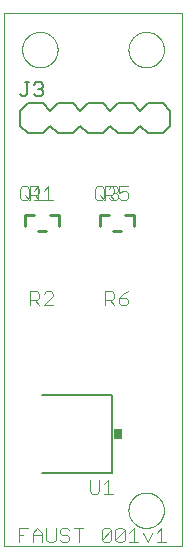
<source format=gto>
G75*
%MOIN*%
%OFA0B0*%
%FSLAX25Y25*%
%IPPOS*%
%LPD*%
%AMOC8*
5,1,8,0,0,1.08239X$1,22.5*
%
%ADD10C,0.00000*%
%ADD11C,0.00400*%
%ADD12C,0.00800*%
%ADD13C,0.00500*%
%ADD14C,0.01000*%
%ADD15R,0.03000X0.03400*%
D10*
X0001800Y0010051D02*
X0001800Y0187591D01*
X0060855Y0187591D01*
X0060855Y0010051D01*
X0001800Y0010051D01*
X0043138Y0021862D02*
X0043140Y0022015D01*
X0043146Y0022169D01*
X0043156Y0022322D01*
X0043170Y0022474D01*
X0043188Y0022627D01*
X0043210Y0022778D01*
X0043235Y0022929D01*
X0043265Y0023080D01*
X0043299Y0023230D01*
X0043336Y0023378D01*
X0043377Y0023526D01*
X0043422Y0023672D01*
X0043471Y0023818D01*
X0043524Y0023962D01*
X0043580Y0024104D01*
X0043640Y0024245D01*
X0043704Y0024385D01*
X0043771Y0024523D01*
X0043842Y0024659D01*
X0043917Y0024793D01*
X0043994Y0024925D01*
X0044076Y0025055D01*
X0044160Y0025183D01*
X0044248Y0025309D01*
X0044339Y0025432D01*
X0044433Y0025553D01*
X0044531Y0025671D01*
X0044631Y0025787D01*
X0044735Y0025900D01*
X0044841Y0026011D01*
X0044950Y0026119D01*
X0045062Y0026224D01*
X0045176Y0026325D01*
X0045294Y0026424D01*
X0045413Y0026520D01*
X0045535Y0026613D01*
X0045660Y0026702D01*
X0045787Y0026789D01*
X0045916Y0026871D01*
X0046047Y0026951D01*
X0046180Y0027027D01*
X0046315Y0027100D01*
X0046452Y0027169D01*
X0046591Y0027234D01*
X0046731Y0027296D01*
X0046873Y0027354D01*
X0047016Y0027409D01*
X0047161Y0027460D01*
X0047307Y0027507D01*
X0047454Y0027550D01*
X0047602Y0027589D01*
X0047751Y0027625D01*
X0047901Y0027656D01*
X0048052Y0027684D01*
X0048203Y0027708D01*
X0048356Y0027728D01*
X0048508Y0027744D01*
X0048661Y0027756D01*
X0048814Y0027764D01*
X0048967Y0027768D01*
X0049121Y0027768D01*
X0049274Y0027764D01*
X0049427Y0027756D01*
X0049580Y0027744D01*
X0049732Y0027728D01*
X0049885Y0027708D01*
X0050036Y0027684D01*
X0050187Y0027656D01*
X0050337Y0027625D01*
X0050486Y0027589D01*
X0050634Y0027550D01*
X0050781Y0027507D01*
X0050927Y0027460D01*
X0051072Y0027409D01*
X0051215Y0027354D01*
X0051357Y0027296D01*
X0051497Y0027234D01*
X0051636Y0027169D01*
X0051773Y0027100D01*
X0051908Y0027027D01*
X0052041Y0026951D01*
X0052172Y0026871D01*
X0052301Y0026789D01*
X0052428Y0026702D01*
X0052553Y0026613D01*
X0052675Y0026520D01*
X0052794Y0026424D01*
X0052912Y0026325D01*
X0053026Y0026224D01*
X0053138Y0026119D01*
X0053247Y0026011D01*
X0053353Y0025900D01*
X0053457Y0025787D01*
X0053557Y0025671D01*
X0053655Y0025553D01*
X0053749Y0025432D01*
X0053840Y0025309D01*
X0053928Y0025183D01*
X0054012Y0025055D01*
X0054094Y0024925D01*
X0054171Y0024793D01*
X0054246Y0024659D01*
X0054317Y0024523D01*
X0054384Y0024385D01*
X0054448Y0024245D01*
X0054508Y0024104D01*
X0054564Y0023962D01*
X0054617Y0023818D01*
X0054666Y0023672D01*
X0054711Y0023526D01*
X0054752Y0023378D01*
X0054789Y0023230D01*
X0054823Y0023080D01*
X0054853Y0022929D01*
X0054878Y0022778D01*
X0054900Y0022627D01*
X0054918Y0022474D01*
X0054932Y0022322D01*
X0054942Y0022169D01*
X0054948Y0022015D01*
X0054950Y0021862D01*
X0054948Y0021709D01*
X0054942Y0021555D01*
X0054932Y0021402D01*
X0054918Y0021250D01*
X0054900Y0021097D01*
X0054878Y0020946D01*
X0054853Y0020795D01*
X0054823Y0020644D01*
X0054789Y0020494D01*
X0054752Y0020346D01*
X0054711Y0020198D01*
X0054666Y0020052D01*
X0054617Y0019906D01*
X0054564Y0019762D01*
X0054508Y0019620D01*
X0054448Y0019479D01*
X0054384Y0019339D01*
X0054317Y0019201D01*
X0054246Y0019065D01*
X0054171Y0018931D01*
X0054094Y0018799D01*
X0054012Y0018669D01*
X0053928Y0018541D01*
X0053840Y0018415D01*
X0053749Y0018292D01*
X0053655Y0018171D01*
X0053557Y0018053D01*
X0053457Y0017937D01*
X0053353Y0017824D01*
X0053247Y0017713D01*
X0053138Y0017605D01*
X0053026Y0017500D01*
X0052912Y0017399D01*
X0052794Y0017300D01*
X0052675Y0017204D01*
X0052553Y0017111D01*
X0052428Y0017022D01*
X0052301Y0016935D01*
X0052172Y0016853D01*
X0052041Y0016773D01*
X0051908Y0016697D01*
X0051773Y0016624D01*
X0051636Y0016555D01*
X0051497Y0016490D01*
X0051357Y0016428D01*
X0051215Y0016370D01*
X0051072Y0016315D01*
X0050927Y0016264D01*
X0050781Y0016217D01*
X0050634Y0016174D01*
X0050486Y0016135D01*
X0050337Y0016099D01*
X0050187Y0016068D01*
X0050036Y0016040D01*
X0049885Y0016016D01*
X0049732Y0015996D01*
X0049580Y0015980D01*
X0049427Y0015968D01*
X0049274Y0015960D01*
X0049121Y0015956D01*
X0048967Y0015956D01*
X0048814Y0015960D01*
X0048661Y0015968D01*
X0048508Y0015980D01*
X0048356Y0015996D01*
X0048203Y0016016D01*
X0048052Y0016040D01*
X0047901Y0016068D01*
X0047751Y0016099D01*
X0047602Y0016135D01*
X0047454Y0016174D01*
X0047307Y0016217D01*
X0047161Y0016264D01*
X0047016Y0016315D01*
X0046873Y0016370D01*
X0046731Y0016428D01*
X0046591Y0016490D01*
X0046452Y0016555D01*
X0046315Y0016624D01*
X0046180Y0016697D01*
X0046047Y0016773D01*
X0045916Y0016853D01*
X0045787Y0016935D01*
X0045660Y0017022D01*
X0045535Y0017111D01*
X0045413Y0017204D01*
X0045294Y0017300D01*
X0045176Y0017399D01*
X0045062Y0017500D01*
X0044950Y0017605D01*
X0044841Y0017713D01*
X0044735Y0017824D01*
X0044631Y0017937D01*
X0044531Y0018053D01*
X0044433Y0018171D01*
X0044339Y0018292D01*
X0044248Y0018415D01*
X0044160Y0018541D01*
X0044076Y0018669D01*
X0043994Y0018799D01*
X0043917Y0018931D01*
X0043842Y0019065D01*
X0043771Y0019201D01*
X0043704Y0019339D01*
X0043640Y0019479D01*
X0043580Y0019620D01*
X0043524Y0019762D01*
X0043471Y0019906D01*
X0043422Y0020052D01*
X0043377Y0020198D01*
X0043336Y0020346D01*
X0043299Y0020494D01*
X0043265Y0020644D01*
X0043235Y0020795D01*
X0043210Y0020946D01*
X0043188Y0021097D01*
X0043170Y0021250D01*
X0043156Y0021402D01*
X0043146Y0021555D01*
X0043140Y0021709D01*
X0043138Y0021862D01*
X0043138Y0175406D02*
X0043140Y0175559D01*
X0043146Y0175713D01*
X0043156Y0175866D01*
X0043170Y0176018D01*
X0043188Y0176171D01*
X0043210Y0176322D01*
X0043235Y0176473D01*
X0043265Y0176624D01*
X0043299Y0176774D01*
X0043336Y0176922D01*
X0043377Y0177070D01*
X0043422Y0177216D01*
X0043471Y0177362D01*
X0043524Y0177506D01*
X0043580Y0177648D01*
X0043640Y0177789D01*
X0043704Y0177929D01*
X0043771Y0178067D01*
X0043842Y0178203D01*
X0043917Y0178337D01*
X0043994Y0178469D01*
X0044076Y0178599D01*
X0044160Y0178727D01*
X0044248Y0178853D01*
X0044339Y0178976D01*
X0044433Y0179097D01*
X0044531Y0179215D01*
X0044631Y0179331D01*
X0044735Y0179444D01*
X0044841Y0179555D01*
X0044950Y0179663D01*
X0045062Y0179768D01*
X0045176Y0179869D01*
X0045294Y0179968D01*
X0045413Y0180064D01*
X0045535Y0180157D01*
X0045660Y0180246D01*
X0045787Y0180333D01*
X0045916Y0180415D01*
X0046047Y0180495D01*
X0046180Y0180571D01*
X0046315Y0180644D01*
X0046452Y0180713D01*
X0046591Y0180778D01*
X0046731Y0180840D01*
X0046873Y0180898D01*
X0047016Y0180953D01*
X0047161Y0181004D01*
X0047307Y0181051D01*
X0047454Y0181094D01*
X0047602Y0181133D01*
X0047751Y0181169D01*
X0047901Y0181200D01*
X0048052Y0181228D01*
X0048203Y0181252D01*
X0048356Y0181272D01*
X0048508Y0181288D01*
X0048661Y0181300D01*
X0048814Y0181308D01*
X0048967Y0181312D01*
X0049121Y0181312D01*
X0049274Y0181308D01*
X0049427Y0181300D01*
X0049580Y0181288D01*
X0049732Y0181272D01*
X0049885Y0181252D01*
X0050036Y0181228D01*
X0050187Y0181200D01*
X0050337Y0181169D01*
X0050486Y0181133D01*
X0050634Y0181094D01*
X0050781Y0181051D01*
X0050927Y0181004D01*
X0051072Y0180953D01*
X0051215Y0180898D01*
X0051357Y0180840D01*
X0051497Y0180778D01*
X0051636Y0180713D01*
X0051773Y0180644D01*
X0051908Y0180571D01*
X0052041Y0180495D01*
X0052172Y0180415D01*
X0052301Y0180333D01*
X0052428Y0180246D01*
X0052553Y0180157D01*
X0052675Y0180064D01*
X0052794Y0179968D01*
X0052912Y0179869D01*
X0053026Y0179768D01*
X0053138Y0179663D01*
X0053247Y0179555D01*
X0053353Y0179444D01*
X0053457Y0179331D01*
X0053557Y0179215D01*
X0053655Y0179097D01*
X0053749Y0178976D01*
X0053840Y0178853D01*
X0053928Y0178727D01*
X0054012Y0178599D01*
X0054094Y0178469D01*
X0054171Y0178337D01*
X0054246Y0178203D01*
X0054317Y0178067D01*
X0054384Y0177929D01*
X0054448Y0177789D01*
X0054508Y0177648D01*
X0054564Y0177506D01*
X0054617Y0177362D01*
X0054666Y0177216D01*
X0054711Y0177070D01*
X0054752Y0176922D01*
X0054789Y0176774D01*
X0054823Y0176624D01*
X0054853Y0176473D01*
X0054878Y0176322D01*
X0054900Y0176171D01*
X0054918Y0176018D01*
X0054932Y0175866D01*
X0054942Y0175713D01*
X0054948Y0175559D01*
X0054950Y0175406D01*
X0054948Y0175253D01*
X0054942Y0175099D01*
X0054932Y0174946D01*
X0054918Y0174794D01*
X0054900Y0174641D01*
X0054878Y0174490D01*
X0054853Y0174339D01*
X0054823Y0174188D01*
X0054789Y0174038D01*
X0054752Y0173890D01*
X0054711Y0173742D01*
X0054666Y0173596D01*
X0054617Y0173450D01*
X0054564Y0173306D01*
X0054508Y0173164D01*
X0054448Y0173023D01*
X0054384Y0172883D01*
X0054317Y0172745D01*
X0054246Y0172609D01*
X0054171Y0172475D01*
X0054094Y0172343D01*
X0054012Y0172213D01*
X0053928Y0172085D01*
X0053840Y0171959D01*
X0053749Y0171836D01*
X0053655Y0171715D01*
X0053557Y0171597D01*
X0053457Y0171481D01*
X0053353Y0171368D01*
X0053247Y0171257D01*
X0053138Y0171149D01*
X0053026Y0171044D01*
X0052912Y0170943D01*
X0052794Y0170844D01*
X0052675Y0170748D01*
X0052553Y0170655D01*
X0052428Y0170566D01*
X0052301Y0170479D01*
X0052172Y0170397D01*
X0052041Y0170317D01*
X0051908Y0170241D01*
X0051773Y0170168D01*
X0051636Y0170099D01*
X0051497Y0170034D01*
X0051357Y0169972D01*
X0051215Y0169914D01*
X0051072Y0169859D01*
X0050927Y0169808D01*
X0050781Y0169761D01*
X0050634Y0169718D01*
X0050486Y0169679D01*
X0050337Y0169643D01*
X0050187Y0169612D01*
X0050036Y0169584D01*
X0049885Y0169560D01*
X0049732Y0169540D01*
X0049580Y0169524D01*
X0049427Y0169512D01*
X0049274Y0169504D01*
X0049121Y0169500D01*
X0048967Y0169500D01*
X0048814Y0169504D01*
X0048661Y0169512D01*
X0048508Y0169524D01*
X0048356Y0169540D01*
X0048203Y0169560D01*
X0048052Y0169584D01*
X0047901Y0169612D01*
X0047751Y0169643D01*
X0047602Y0169679D01*
X0047454Y0169718D01*
X0047307Y0169761D01*
X0047161Y0169808D01*
X0047016Y0169859D01*
X0046873Y0169914D01*
X0046731Y0169972D01*
X0046591Y0170034D01*
X0046452Y0170099D01*
X0046315Y0170168D01*
X0046180Y0170241D01*
X0046047Y0170317D01*
X0045916Y0170397D01*
X0045787Y0170479D01*
X0045660Y0170566D01*
X0045535Y0170655D01*
X0045413Y0170748D01*
X0045294Y0170844D01*
X0045176Y0170943D01*
X0045062Y0171044D01*
X0044950Y0171149D01*
X0044841Y0171257D01*
X0044735Y0171368D01*
X0044631Y0171481D01*
X0044531Y0171597D01*
X0044433Y0171715D01*
X0044339Y0171836D01*
X0044248Y0171959D01*
X0044160Y0172085D01*
X0044076Y0172213D01*
X0043994Y0172343D01*
X0043917Y0172475D01*
X0043842Y0172609D01*
X0043771Y0172745D01*
X0043704Y0172883D01*
X0043640Y0173023D01*
X0043580Y0173164D01*
X0043524Y0173306D01*
X0043471Y0173450D01*
X0043422Y0173596D01*
X0043377Y0173742D01*
X0043336Y0173890D01*
X0043299Y0174038D01*
X0043265Y0174188D01*
X0043235Y0174339D01*
X0043210Y0174490D01*
X0043188Y0174641D01*
X0043170Y0174794D01*
X0043156Y0174946D01*
X0043146Y0175099D01*
X0043140Y0175253D01*
X0043138Y0175406D01*
X0007705Y0175406D02*
X0007707Y0175559D01*
X0007713Y0175713D01*
X0007723Y0175866D01*
X0007737Y0176018D01*
X0007755Y0176171D01*
X0007777Y0176322D01*
X0007802Y0176473D01*
X0007832Y0176624D01*
X0007866Y0176774D01*
X0007903Y0176922D01*
X0007944Y0177070D01*
X0007989Y0177216D01*
X0008038Y0177362D01*
X0008091Y0177506D01*
X0008147Y0177648D01*
X0008207Y0177789D01*
X0008271Y0177929D01*
X0008338Y0178067D01*
X0008409Y0178203D01*
X0008484Y0178337D01*
X0008561Y0178469D01*
X0008643Y0178599D01*
X0008727Y0178727D01*
X0008815Y0178853D01*
X0008906Y0178976D01*
X0009000Y0179097D01*
X0009098Y0179215D01*
X0009198Y0179331D01*
X0009302Y0179444D01*
X0009408Y0179555D01*
X0009517Y0179663D01*
X0009629Y0179768D01*
X0009743Y0179869D01*
X0009861Y0179968D01*
X0009980Y0180064D01*
X0010102Y0180157D01*
X0010227Y0180246D01*
X0010354Y0180333D01*
X0010483Y0180415D01*
X0010614Y0180495D01*
X0010747Y0180571D01*
X0010882Y0180644D01*
X0011019Y0180713D01*
X0011158Y0180778D01*
X0011298Y0180840D01*
X0011440Y0180898D01*
X0011583Y0180953D01*
X0011728Y0181004D01*
X0011874Y0181051D01*
X0012021Y0181094D01*
X0012169Y0181133D01*
X0012318Y0181169D01*
X0012468Y0181200D01*
X0012619Y0181228D01*
X0012770Y0181252D01*
X0012923Y0181272D01*
X0013075Y0181288D01*
X0013228Y0181300D01*
X0013381Y0181308D01*
X0013534Y0181312D01*
X0013688Y0181312D01*
X0013841Y0181308D01*
X0013994Y0181300D01*
X0014147Y0181288D01*
X0014299Y0181272D01*
X0014452Y0181252D01*
X0014603Y0181228D01*
X0014754Y0181200D01*
X0014904Y0181169D01*
X0015053Y0181133D01*
X0015201Y0181094D01*
X0015348Y0181051D01*
X0015494Y0181004D01*
X0015639Y0180953D01*
X0015782Y0180898D01*
X0015924Y0180840D01*
X0016064Y0180778D01*
X0016203Y0180713D01*
X0016340Y0180644D01*
X0016475Y0180571D01*
X0016608Y0180495D01*
X0016739Y0180415D01*
X0016868Y0180333D01*
X0016995Y0180246D01*
X0017120Y0180157D01*
X0017242Y0180064D01*
X0017361Y0179968D01*
X0017479Y0179869D01*
X0017593Y0179768D01*
X0017705Y0179663D01*
X0017814Y0179555D01*
X0017920Y0179444D01*
X0018024Y0179331D01*
X0018124Y0179215D01*
X0018222Y0179097D01*
X0018316Y0178976D01*
X0018407Y0178853D01*
X0018495Y0178727D01*
X0018579Y0178599D01*
X0018661Y0178469D01*
X0018738Y0178337D01*
X0018813Y0178203D01*
X0018884Y0178067D01*
X0018951Y0177929D01*
X0019015Y0177789D01*
X0019075Y0177648D01*
X0019131Y0177506D01*
X0019184Y0177362D01*
X0019233Y0177216D01*
X0019278Y0177070D01*
X0019319Y0176922D01*
X0019356Y0176774D01*
X0019390Y0176624D01*
X0019420Y0176473D01*
X0019445Y0176322D01*
X0019467Y0176171D01*
X0019485Y0176018D01*
X0019499Y0175866D01*
X0019509Y0175713D01*
X0019515Y0175559D01*
X0019517Y0175406D01*
X0019515Y0175253D01*
X0019509Y0175099D01*
X0019499Y0174946D01*
X0019485Y0174794D01*
X0019467Y0174641D01*
X0019445Y0174490D01*
X0019420Y0174339D01*
X0019390Y0174188D01*
X0019356Y0174038D01*
X0019319Y0173890D01*
X0019278Y0173742D01*
X0019233Y0173596D01*
X0019184Y0173450D01*
X0019131Y0173306D01*
X0019075Y0173164D01*
X0019015Y0173023D01*
X0018951Y0172883D01*
X0018884Y0172745D01*
X0018813Y0172609D01*
X0018738Y0172475D01*
X0018661Y0172343D01*
X0018579Y0172213D01*
X0018495Y0172085D01*
X0018407Y0171959D01*
X0018316Y0171836D01*
X0018222Y0171715D01*
X0018124Y0171597D01*
X0018024Y0171481D01*
X0017920Y0171368D01*
X0017814Y0171257D01*
X0017705Y0171149D01*
X0017593Y0171044D01*
X0017479Y0170943D01*
X0017361Y0170844D01*
X0017242Y0170748D01*
X0017120Y0170655D01*
X0016995Y0170566D01*
X0016868Y0170479D01*
X0016739Y0170397D01*
X0016608Y0170317D01*
X0016475Y0170241D01*
X0016340Y0170168D01*
X0016203Y0170099D01*
X0016064Y0170034D01*
X0015924Y0169972D01*
X0015782Y0169914D01*
X0015639Y0169859D01*
X0015494Y0169808D01*
X0015348Y0169761D01*
X0015201Y0169718D01*
X0015053Y0169679D01*
X0014904Y0169643D01*
X0014754Y0169612D01*
X0014603Y0169584D01*
X0014452Y0169560D01*
X0014299Y0169540D01*
X0014147Y0169524D01*
X0013994Y0169512D01*
X0013841Y0169504D01*
X0013688Y0169500D01*
X0013534Y0169500D01*
X0013381Y0169504D01*
X0013228Y0169512D01*
X0013075Y0169524D01*
X0012923Y0169540D01*
X0012770Y0169560D01*
X0012619Y0169584D01*
X0012468Y0169612D01*
X0012318Y0169643D01*
X0012169Y0169679D01*
X0012021Y0169718D01*
X0011874Y0169761D01*
X0011728Y0169808D01*
X0011583Y0169859D01*
X0011440Y0169914D01*
X0011298Y0169972D01*
X0011158Y0170034D01*
X0011019Y0170099D01*
X0010882Y0170168D01*
X0010747Y0170241D01*
X0010614Y0170317D01*
X0010483Y0170397D01*
X0010354Y0170479D01*
X0010227Y0170566D01*
X0010102Y0170655D01*
X0009980Y0170748D01*
X0009861Y0170844D01*
X0009743Y0170943D01*
X0009629Y0171044D01*
X0009517Y0171149D01*
X0009408Y0171257D01*
X0009302Y0171368D01*
X0009198Y0171481D01*
X0009098Y0171597D01*
X0009000Y0171715D01*
X0008906Y0171836D01*
X0008815Y0171959D01*
X0008727Y0172085D01*
X0008643Y0172213D01*
X0008561Y0172343D01*
X0008484Y0172475D01*
X0008409Y0172609D01*
X0008338Y0172745D01*
X0008271Y0172883D01*
X0008207Y0173023D01*
X0008147Y0173164D01*
X0008091Y0173306D01*
X0008038Y0173450D01*
X0007989Y0173596D01*
X0007944Y0173742D01*
X0007903Y0173890D01*
X0007866Y0174038D01*
X0007832Y0174188D01*
X0007802Y0174339D01*
X0007777Y0174490D01*
X0007755Y0174641D01*
X0007737Y0174794D01*
X0007723Y0174946D01*
X0007713Y0175099D01*
X0007707Y0175253D01*
X0007705Y0175406D01*
D11*
X0007767Y0129855D02*
X0007000Y0129088D01*
X0007000Y0126018D01*
X0007767Y0125251D01*
X0009302Y0125251D01*
X0010069Y0126018D01*
X0010069Y0129088D01*
X0009302Y0129855D01*
X0007767Y0129855D01*
X0008535Y0126786D02*
X0010069Y0125251D01*
X0010292Y0125251D02*
X0010292Y0129855D01*
X0012594Y0129855D01*
X0013361Y0129088D01*
X0013361Y0127553D01*
X0012594Y0126786D01*
X0010292Y0126786D01*
X0011827Y0126786D02*
X0013361Y0125251D01*
X0013139Y0125251D02*
X0013139Y0129855D01*
X0011604Y0128320D01*
X0011604Y0125251D02*
X0014673Y0125251D01*
X0014896Y0125251D02*
X0017965Y0125251D01*
X0016431Y0125251D02*
X0016431Y0129855D01*
X0014896Y0128320D01*
X0015663Y0094855D02*
X0014896Y0094088D01*
X0015663Y0094855D02*
X0017198Y0094855D01*
X0017965Y0094088D01*
X0017965Y0093320D01*
X0014896Y0090251D01*
X0017965Y0090251D01*
X0013361Y0090251D02*
X0011827Y0091786D01*
X0012594Y0091786D02*
X0010292Y0091786D01*
X0010292Y0090251D02*
X0010292Y0094855D01*
X0012594Y0094855D01*
X0013361Y0094088D01*
X0013361Y0092553D01*
X0012594Y0091786D01*
X0032767Y0125251D02*
X0032000Y0126018D01*
X0032000Y0129088D01*
X0032767Y0129855D01*
X0034302Y0129855D01*
X0035069Y0129088D01*
X0035069Y0126018D01*
X0034302Y0125251D01*
X0032767Y0125251D01*
X0033535Y0126786D02*
X0035069Y0125251D01*
X0035292Y0125251D02*
X0035292Y0129855D01*
X0037594Y0129855D01*
X0038361Y0129088D01*
X0038361Y0127553D01*
X0037594Y0126786D01*
X0035292Y0126786D01*
X0036604Y0126018D02*
X0037371Y0125251D01*
X0038906Y0125251D01*
X0039673Y0126018D01*
X0039673Y0126786D01*
X0038906Y0127553D01*
X0038139Y0127553D01*
X0036827Y0126786D02*
X0038361Y0125251D01*
X0038906Y0127553D02*
X0039673Y0128320D01*
X0039673Y0129088D01*
X0038906Y0129855D01*
X0037371Y0129855D01*
X0036604Y0129088D01*
X0039896Y0129855D02*
X0039896Y0127553D01*
X0041431Y0128320D01*
X0042198Y0128320D01*
X0042965Y0127553D01*
X0042965Y0126018D01*
X0042198Y0125251D01*
X0040663Y0125251D01*
X0039896Y0126018D01*
X0039896Y0129855D02*
X0042965Y0129855D01*
X0042965Y0094855D02*
X0041431Y0094088D01*
X0039896Y0092553D01*
X0042198Y0092553D01*
X0042965Y0091786D01*
X0042965Y0091018D01*
X0042198Y0090251D01*
X0040663Y0090251D01*
X0039896Y0091018D01*
X0039896Y0092553D01*
X0038361Y0092553D02*
X0037594Y0091786D01*
X0035292Y0091786D01*
X0035292Y0090251D02*
X0035292Y0094855D01*
X0037594Y0094855D01*
X0038361Y0094088D01*
X0038361Y0092553D01*
X0036827Y0091786D02*
X0038361Y0090251D01*
X0036431Y0032040D02*
X0034896Y0030505D01*
X0033361Y0032040D02*
X0033361Y0028204D01*
X0032594Y0027436D01*
X0031059Y0027436D01*
X0030292Y0028204D01*
X0030292Y0032040D01*
X0034896Y0027436D02*
X0037965Y0027436D01*
X0036431Y0027436D02*
X0036431Y0032040D01*
X0036499Y0015918D02*
X0034964Y0015918D01*
X0034197Y0015151D01*
X0034197Y0012081D01*
X0037266Y0015151D01*
X0037266Y0012081D01*
X0036499Y0011314D01*
X0034964Y0011314D01*
X0034197Y0012081D01*
X0037266Y0015151D02*
X0036499Y0015918D01*
X0038801Y0015151D02*
X0038801Y0012081D01*
X0041870Y0015151D01*
X0041870Y0012081D01*
X0041103Y0011314D01*
X0039568Y0011314D01*
X0038801Y0012081D01*
X0038801Y0015151D02*
X0039568Y0015918D01*
X0041103Y0015918D01*
X0041870Y0015151D01*
X0043405Y0014383D02*
X0044939Y0015918D01*
X0044939Y0011314D01*
X0043405Y0011314D02*
X0046474Y0011314D01*
X0049543Y0011314D02*
X0048009Y0014383D01*
X0051078Y0014383D02*
X0049543Y0011314D01*
X0052612Y0011314D02*
X0055682Y0011314D01*
X0054147Y0011314D02*
X0054147Y0015918D01*
X0052612Y0014383D01*
X0028058Y0015918D02*
X0024989Y0015918D01*
X0023454Y0015151D02*
X0022687Y0015918D01*
X0021152Y0015918D01*
X0020385Y0015151D01*
X0020385Y0014383D01*
X0021152Y0013616D01*
X0022687Y0013616D01*
X0023454Y0012849D01*
X0023454Y0012081D01*
X0022687Y0011314D01*
X0021152Y0011314D01*
X0020385Y0012081D01*
X0018850Y0012081D02*
X0018850Y0015918D01*
X0018850Y0012081D02*
X0018083Y0011314D01*
X0016548Y0011314D01*
X0015781Y0012081D01*
X0015781Y0015918D01*
X0014246Y0014383D02*
X0014246Y0011314D01*
X0014246Y0013616D02*
X0011177Y0013616D01*
X0011177Y0014383D02*
X0012712Y0015918D01*
X0014246Y0014383D01*
X0011177Y0014383D02*
X0011177Y0011314D01*
X0009643Y0015918D02*
X0006573Y0015918D01*
X0006573Y0011314D01*
X0006573Y0013616D02*
X0008108Y0013616D01*
X0026524Y0011314D02*
X0026524Y0015918D01*
D12*
X0037800Y0034335D02*
X0014200Y0034336D01*
X0014200Y0060136D02*
X0037800Y0060138D01*
X0037800Y0034335D01*
X0039536Y0147551D02*
X0044536Y0147551D01*
X0047036Y0150051D01*
X0049536Y0147551D01*
X0054536Y0147551D01*
X0057036Y0150051D01*
X0057036Y0155051D01*
X0054536Y0157551D01*
X0049536Y0157551D01*
X0047036Y0155051D01*
X0044536Y0157551D01*
X0039536Y0157551D01*
X0037036Y0155051D01*
X0034536Y0157551D01*
X0029536Y0157551D01*
X0027036Y0155051D01*
X0024536Y0157551D01*
X0019536Y0157551D01*
X0017036Y0155051D01*
X0014536Y0157551D01*
X0009536Y0157551D01*
X0007036Y0155051D01*
X0007036Y0150051D01*
X0009536Y0147551D01*
X0014536Y0147551D01*
X0017036Y0150051D01*
X0019536Y0147551D01*
X0024536Y0147551D01*
X0027036Y0150051D01*
X0029536Y0147551D01*
X0034536Y0147551D01*
X0037036Y0150051D01*
X0039536Y0147551D01*
D13*
X0014593Y0160752D02*
X0013842Y0160001D01*
X0012341Y0160001D01*
X0011590Y0160752D01*
X0011590Y0163754D02*
X0012341Y0164505D01*
X0013842Y0164505D01*
X0014593Y0163754D01*
X0014593Y0163004D01*
X0013842Y0162253D01*
X0014593Y0161502D01*
X0014593Y0160752D01*
X0013842Y0162253D02*
X0013091Y0162253D01*
X0009989Y0164505D02*
X0008488Y0164505D01*
X0009238Y0164505D02*
X0009238Y0160752D01*
X0008488Y0160001D01*
X0007737Y0160001D01*
X0006986Y0160752D01*
D14*
X0008700Y0120151D02*
X0011700Y0120151D01*
X0013100Y0114951D02*
X0015500Y0114951D01*
X0016900Y0120151D02*
X0019900Y0120151D01*
X0019900Y0116551D01*
X0008700Y0116551D02*
X0008700Y0120151D01*
X0033700Y0120151D02*
X0033700Y0116551D01*
X0033700Y0120151D02*
X0036700Y0120151D01*
X0038100Y0114951D02*
X0040500Y0114951D01*
X0041900Y0120151D02*
X0044900Y0120151D01*
X0044900Y0116551D01*
D15*
X0039700Y0047236D03*
M02*

</source>
